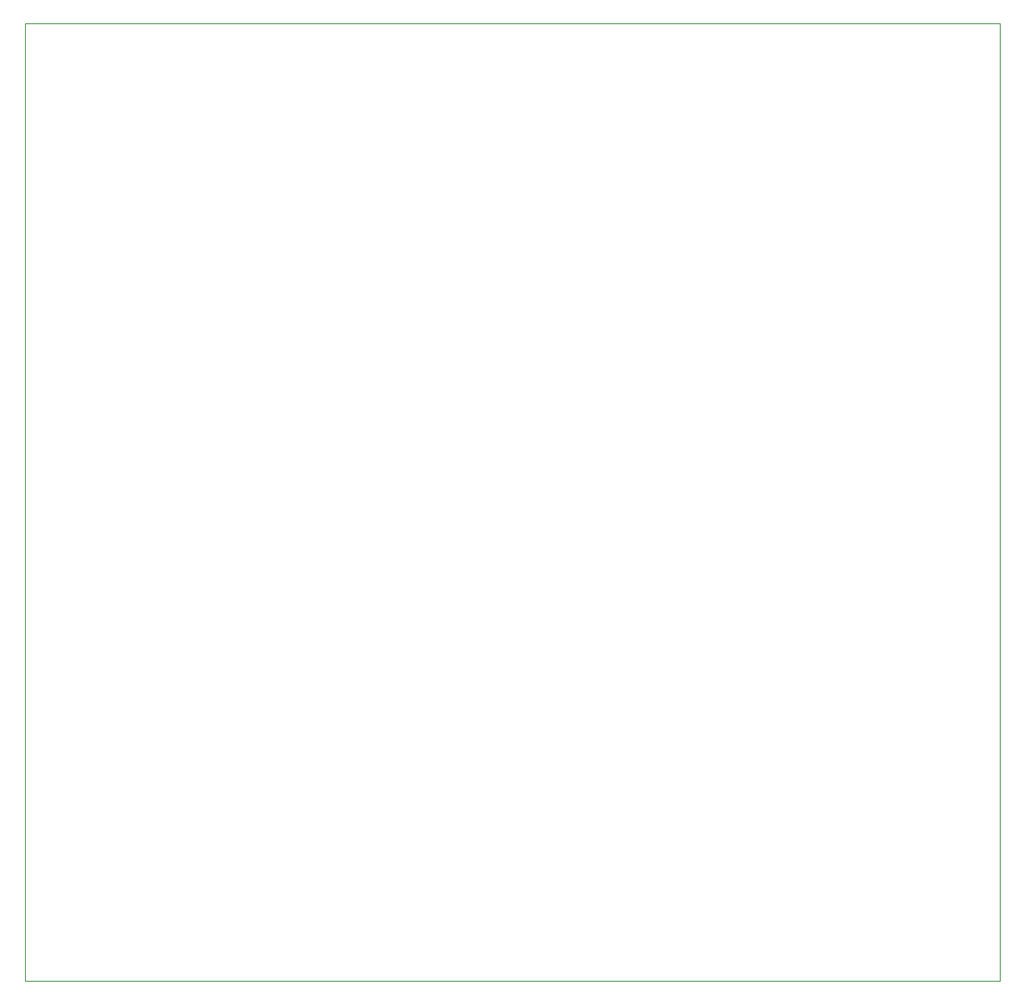
<source format=gm1>
%TF.GenerationSoftware,KiCad,Pcbnew,9.0.6*%
%TF.CreationDate,2025-12-02T12:20:49-05:00*%
%TF.ProjectId,TodoPad,546f646f-5061-4642-9e6b-696361645f70,rev?*%
%TF.SameCoordinates,Original*%
%TF.FileFunction,Profile,NP*%
%FSLAX46Y46*%
G04 Gerber Fmt 4.6, Leading zero omitted, Abs format (unit mm)*
G04 Created by KiCad (PCBNEW 9.0.6) date 2025-12-02 12:20:49*
%MOMM*%
%LPD*%
G01*
G04 APERTURE LIST*
%TA.AperFunction,Profile*%
%ADD10C,0.050000*%
%TD*%
G04 APERTURE END LIST*
D10*
X89676250Y-46285000D02*
X188688750Y-46285000D01*
X188688750Y-143535000D01*
X89676250Y-143535000D01*
X89676250Y-46285000D01*
M02*

</source>
